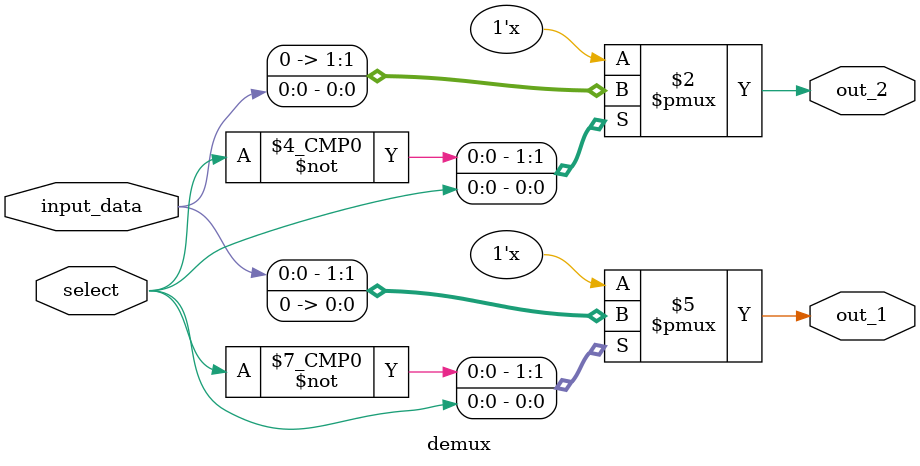
<source format=v>
module demux(
    input wire input_data,
    input wire select,
    output reg out_1,
	 output reg out_2
);

   always @(*) begin
      case(select)
			1'b0: 
				begin
					out_1 <= input_data;
					out_2 <= 1'b0;
				end
			1'b1:
				begin
					out_2 <= input_data;
					out_1 <= 1'b0;
				end
		endcase
   end

endmodule
</source>
